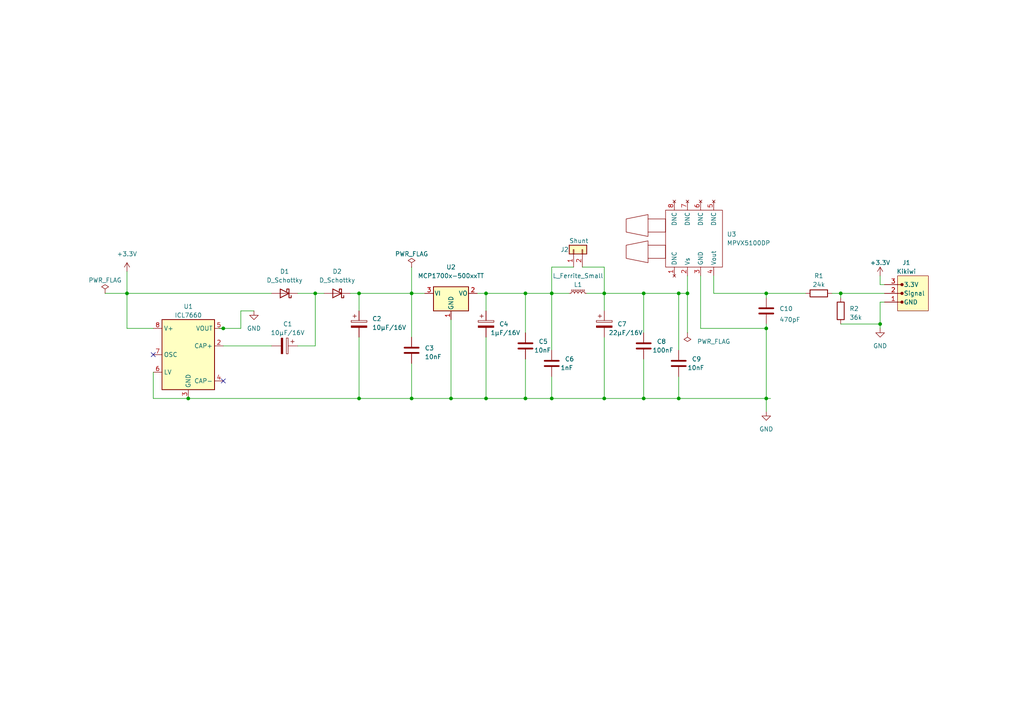
<source format=kicad_sch>
(kicad_sch (version 20230121) (generator eeschema)
  (paper "A4")
  (title_block (title "UBPE Pressure 2023 (SMD version)") (date "2023-11-10") (rev "1.1") (company "L0AD") (comment 1 "Connected to CNES Kikiwi board, 3.3V") (comment 2 "MPX5100DP pressure sensor"))
  (lib_symbols
    (symbol "Connector_Generic:Conn_01x02" (pin_names (offset 1.016) hide)
      (property "Reference" "J" (at 0 2.54 0))
      (property "Value" "Conn_01x02" (at 0 -5.08 0))
      (symbol "Conn_01x02_1_1"
        (rectangle (start -1.27 -2.413) (end 0 -2.667) (stroke (width 0.1524)))
        (rectangle (start -1.27 0.127) (end 0 -0.127) (stroke (width 0.1524)))
        (rectangle (start -1.27 1.27) (end 1.27 -3.81) (stroke (width 0.254)) (fill (type background)))
        (pin passive line (at -5.08 0 0) (length 3.81) (name "Pin_1") (number "1"))
        (pin passive line (at -5.08 -2.54 0) (length 3.81) (name "Pin_2") (number "2"))
      )
    )
    (symbol "Device:C" (pin_numbers hide) (pin_names (offset 0.254))
      (property "Reference" "C" (at 0.635 2.54 0))
      (property "Value" "C" (at 0.635 -2.54 0))
      (symbol "C_0_1"
        (polyline (pts (xy -2.032 -0.762) (xy 2.032 -0.762)) (stroke (width 0.508)))
        (polyline (pts (xy -2.032 0.762) (xy 2.032 0.762)) (stroke (width 0.508)))
      )
      (symbol "C_1_1"
        (pin passive line (at 0 3.81 270) (length 2.794) (name "~") (number "1"))
        (pin passive line (at 0 -3.81 90) (length 2.794) (name "~") (number "2"))
      )
    )
    (symbol "Device:C_Polarized" (pin_numbers hide) (pin_names (offset 0.254))
      (property "Reference" "C" (at 0.635 2.54 0))
      (property "Value" "C_Polarized" (at 0.635 -2.54 0))
      (symbol "C_Polarized_0_1"
        (rectangle (start -2.286 0.508) (end 2.286 1.016))
        (polyline (pts (xy -1.778 2.286) (xy -0.762 2.286)))
        (polyline (pts (xy -1.27 2.794) (xy -1.27 1.778)))
        (rectangle (start 2.286 -0.508) (end -2.286 -1.016) (fill (type outline)))
      )
      (symbol "C_Polarized_1_1"
        (pin passive line (at 0 3.81 270) (length 2.794) (name "~") (number "1"))
        (pin passive line (at 0 -3.81 90) (length 2.794) (name "~") (number "2"))
      )
    )
    (symbol "Device:D_Schottky" (pin_numbers hide) (pin_names (offset 1.016) hide)
      (property "Reference" "D" (at 0 2.54 0))
      (property "Value" "D_Schottky" (at 0 -2.54 0))
      (symbol "D_Schottky_0_1"
        (polyline (pts (xy 1.27 0) (xy -1.27 0)))
        (polyline (pts (xy 1.27 1.27) (xy 1.27 -1.27) (xy -1.27 0) (xy 1.27 1.27)) (stroke (width 0.254)))
        (polyline (pts (xy -1.905 0.635) (xy -1.905 1.27) (xy -1.27 1.27) (xy -1.27 -1.27) (xy -0.635 -1.27) (xy -0.635 -0.635)) (stroke (width 0.254)))
      )
      (symbol "D_Schottky_1_1"
        (pin passive line (at -3.81 0 0) (length 2.54) (name "K") (number "1"))
        (pin passive line (at 3.81 0 180) (length 2.54) (name "A") (number "2"))
      )
    )
    (symbol "Device:L_Ferrite_Small" (pin_numbers hide) (pin_names (offset 0.254) hide)
      (property "Reference" "L" (at 1.27 1.016 0))
      (property "Value" "L_Ferrite_Small" (at 1.27 -1.27 0))
      (symbol "L_Ferrite_Small_0_1"
        (arc (start 0 -2.032) (mid 0.5058 -1.524) (end 0 -1.016))
        (arc (start 0 -1.016) (mid 0.5058 -0.508) (end 0 0))
        (polyline (pts (xy 0.762 -1.905) (xy 0.762 -1.651)))
        (polyline (pts (xy 0.762 -1.397) (xy 0.762 -1.143)))
        (polyline (pts (xy 0.762 -0.889) (xy 0.762 -0.635)))
        (polyline (pts (xy 0.762 -0.381) (xy 0.762 -0.127)))
        (polyline (pts (xy 0.762 0.127) (xy 0.762 0.381)))
        (polyline (pts (xy 0.762 0.635) (xy 0.762 0.889)))
        (polyline (pts (xy 0.762 1.143) (xy 0.762 1.397)))
        (polyline (pts (xy 0.762 1.651) (xy 0.762 1.905)))
        (polyline (pts (xy 1.016 -1.651) (xy 1.016 -1.905)))
        (polyline (pts (xy 1.016 -1.143) (xy 1.016 -1.397)))
        (polyline (pts (xy 1.016 -0.635) (xy 1.016 -0.889)))
        (polyline (pts (xy 1.016 -0.127) (xy 1.016 -0.381)))
        (polyline (pts (xy 1.016 0.381) (xy 1.016 0.127)))
        (polyline (pts (xy 1.016 0.889) (xy 1.016 0.635)))
        (polyline (pts (xy 1.016 1.397) (xy 1.016 1.143)))
        (polyline (pts (xy 1.016 1.905) (xy 1.016 1.651)))
        (arc (start 0 0) (mid 0.5058 0.508) (end 0 1.016))
        (arc (start 0 1.016) (mid 0.5058 1.524) (end 0 2.032))
      )
      (symbol "L_Ferrite_Small_1_1"
        (pin passive line (at 0 2.54 270) (length 0.508) (name "~") (number "1"))
        (pin passive line (at 0 -2.54 90) (length 0.508) (name "~") (number "2"))
      )
    )
    (symbol "Device:R" (pin_numbers hide) (pin_names (offset 0))
      (property "Reference" "R" (at 2.032 0 90))
      (property "Value" "R" (at 0 0 90))
      (symbol "R_0_1"
        (rectangle (start -1.016 -2.54) (end 1.016 2.54) (stroke (width 0.254)))
      )
      (symbol "R_1_1"
        (pin passive line (at 0 3.81 270) (length 1.27) (name "~") (number "1"))
        (pin passive line (at 0 -3.81 90) (length 1.27) (name "~") (number "2"))
      )
    )
    (symbol "PCM_L0AD:JST_Kikiwi"
      (property "Reference" "J" (at 0 8.89 0))
      (property "Value" "Kikiwi" (at 1.27 6.35 0))
      (symbol "JST_Kikiwi_0_1"
        (circle (center -1.27 -2.54) (radius 0.381) (fill (type outline)))
        (circle (center -1.27 0) (radius 0.381) (fill (type outline)))
        (circle (center -1.27 2.54) (radius 0.381) (fill (type outline)))
      )
      (symbol "JST_Kikiwi_1_1"
        (rectangle (start -2.54 5.08) (end 6.35 -5.08) (fill (type background)))
        (pin power_in line (at -6.35 -2.54 0) (length 5.08) (name "GND") (number "1"))
        (pin output line (at -6.35 0 0) (length 5.08) (name "Signal") (number "2"))
        (pin power_in line (at -6.35 2.54 0) (length 5.08) (name "3.3V") (number "3"))
      )
    )
    (symbol "PCM_L0AD:MPXV5100DP"
      (property "Reference" "U" (at -11.43 3.81 0))
      (property "Value" "MPVX5100DP" (at -11.43 6.35 0))
      (symbol "MPXV5100DP_0_1"
        (rectangle (start -20.32 1.27) (end -3.81 -15.24))
        (rectangle (start -17.78 -15.24) (end -13.97 -20.32))
        (rectangle (start -10.16 -15.24) (end -6.35 -20.32))
        (polyline (pts (xy -17.78 -20.32) (xy -19.05 -20.32) (xy -17.78 -26.67) (xy -13.97 -26.67) (xy -12.7 -20.32) (xy -13.97 -20.32)))
        (polyline (pts (xy -10.16 -20.32) (xy -11.43 -20.32) (xy -10.16 -26.67) (xy -6.35 -26.67) (xy -5.08 -20.32) (xy -6.35 -20.32)))
      )
      (symbol "MPXV5100DP_1_1"
        (pin no_connect line (at -1.27 -12.7 180) (length 2.54) (name "DNC") (number "1"))
        (pin power_in line (at -1.27 -8.89 180) (length 2.54) (name "Vs") (number "2"))
        (pin power_in line (at -1.27 -5.08 180) (length 2.54) (name "GND") (number "3"))
        (pin output line (at -1.27 -1.27 180) (length 2.54) (name "Vout") (number "4"))
        (pin no_connect line (at -22.86 -1.27 0) (length 2.54) (name "DNC") (number "5"))
        (pin no_connect line (at -22.86 -5.08 0) (length 2.54) (name "DNC") (number "6"))
        (pin no_connect line (at -22.86 -8.89 0) (length 2.54) (name "DNC") (number "7"))
        (pin no_connect line (at -22.86 -12.7 0) (length 2.54) (name "DNC") (number "8"))
      )
    )
    (symbol "Regulator_Linear:MCP1700x-500xxTT" (pin_names (offset 0.254))
      (property "Reference" "U" (at -3.81 3.175 0))
      (property "Value" "MCP1700x-500xxTT" (at 0 3.175 0))
      (symbol "MCP1700x-500xxTT_0_1"
        (rectangle (start -5.08 1.905) (end 5.08 -5.08) (stroke (width 0.254)) (fill (type background)))
      )
      (symbol "MCP1700x-500xxTT_1_1"
        (pin power_in line (at 0 -7.62 90) (length 2.54) (name "GND") (number "1"))
        (pin power_out line (at 7.62 0 180) (length 2.54) (name "VO") (number "2"))
        (pin power_in line (at -7.62 0 0) (length 2.54) (name "VI") (number "3"))
      )
    )
    (symbol "Regulator_SwitchedCapacitor:ICL7660"
      (property "Reference" "U" (at -6.35 11.43 0))
      (property "Value" "ICL7660" (at 3.81 11.43 0))
      (symbol "ICL7660_0_1"
        (rectangle (start -7.62 10.16) (end 7.62 -10.16) (stroke (width 0.254)) (fill (type background)))
      )
      (symbol "ICL7660_1_1"
        (pin no_connect line (at -7.62 5.08 0) (length 2.54) hide (name "NC") (number "1"))
        (pin input line (at 10.16 2.54 180) (length 2.54) (name "CAP+") (number "2"))
        (pin power_in line (at 0 -12.7 90) (length 2.54) (name "GND") (number "3"))
        (pin input line (at 10.16 -7.62 180) (length 2.54) (name "CAP-") (number "4"))
        (pin power_out line (at 10.16 7.62 180) (length 2.54) (name "VOUT") (number "5"))
        (pin input line (at -10.16 -5.08 0) (length 2.54) (name "LV") (number "6"))
        (pin input line (at -10.16 0 0) (length 2.54) (name "OSC") (number "7"))
        (pin power_in line (at -10.16 7.62 0) (length 2.54) (name "V+") (number "8"))
      )
    )
    (symbol "power:+3.3V" (power) (pin_names (offset 0))
      (property "Value" "+3.3V" (at 0 3.556 0))
      (symbol "+3.3V_0_1"
        (polyline (pts (xy -0.762 1.27) (xy 0 2.54)))
        (polyline (pts (xy 0 0) (xy 0 2.54)))
        (polyline (pts (xy 0 2.54) (xy 0.762 1.27)))
      )
      (symbol "+3.3V_1_1"
        (pin power_in line (at 0 0 90) (length 0) hide (name "+3.3V") (number "1"))
      )
    )
    (symbol "power:GND" (power) (pin_names (offset 0))
      (property "Value" "GND" (at 0 -3.81 0))
      (symbol "GND_0_1"
        (polyline (pts (xy 0 0) (xy 0 -1.27) (xy 1.27 -1.27) (xy 0 -2.54) (xy -1.27 -1.27) (xy 0 -1.27)))
      )
      (symbol "GND_1_1"
        (pin power_in line (at 0 0 270) (length 0) hide (name "GND") (number "1"))
      )
    )
    (symbol "power:PWR_FLAG" (power) (pin_numbers hide) (pin_names (offset 0) hide)
      (property "Value" "PWR_FLAG" (at 0 3.81 0))
      (symbol "PWR_FLAG_0_0"
        (pin power_out line (at 0 0 90) (length 0) (name "pwr") (number "1"))
      )
      (symbol "PWR_FLAG_0_1"
        (polyline (pts (xy 0 0) (xy 0 1.27) (xy -1.016 1.905) (xy 0 2.54) (xy 1.016 1.905) (xy 0 1.27)))
      )
    )
  )
  (junction (at 243.84 85.09))
  (junction (at 36.83 85.09))
  (junction (at 119.38 85.09))
  (junction (at 199.39 85.09))
  (junction (at 175.26 85.09))
  (junction (at 255.27 93.98))
  (junction (at 119.38 115.57))
  (junction (at 104.14 115.57))
  (junction (at 175.26 115.57))
  (junction (at 222.25 85.09))
  (junction (at 196.85 115.57))
  (junction (at 196.85 85.09))
  (junction (at 160.02 85.09))
  (junction (at 152.4 85.09))
  (junction (at 152.4 115.57))
  (junction (at 54.61 115.57))
  (junction (at 222.25 95.25))
  (junction (at 64.77 95.25))
  (junction (at 140.97 115.57))
  (junction (at 160.02 115.57))
  (junction (at 140.97 85.09))
  (junction (at 222.25 115.57))
  (junction (at 186.69 115.57))
  (junction (at 130.81 115.57))
  (junction (at 104.14 85.09))
  (junction (at 91.44 85.09))
  (junction (at 186.69 85.09))
  (no_connect (at 64.77 110.49))
  (no_connect (at 44.45 102.87))
  (wire (pts (xy 140.97 85.09) (xy 152.4 85.09)))
  (wire (pts (xy 160.02 115.57) (xy 175.26 115.57)))
  (wire (pts (xy 175.26 77.47) (xy 175.26 85.09)))
  (wire (pts (xy 130.81 115.57) (xy 119.38 115.57)))
  (wire (pts (xy 255.27 82.55) (xy 256.54 82.55)))
  (wire (pts (xy 199.39 80.01) (xy 199.39 85.09)))
  (wire (pts (xy 91.44 85.09) (xy 91.44 100.33)))
  (wire (pts (xy 119.38 105.41) (xy 119.38 115.57)))
  (wire (pts (xy 152.4 104.14) (xy 152.4 115.57)))
  (wire (pts (xy 170.18 85.09) (xy 175.26 85.09)))
  (wire (pts (xy 160.02 77.47) (xy 166.37 77.47)))
  (wire (pts (xy 207.01 85.09) (xy 222.25 85.09)))
  (wire (pts (xy 138.43 85.09) (xy 140.97 85.09)))
  (wire (pts (xy 140.97 85.09) (xy 140.97 90.17)))
  (wire (pts (xy 175.26 85.09) (xy 175.26 90.17)))
  (wire (pts (xy 36.83 85.09) (xy 78.74 85.09)))
  (wire (pts (xy 160.02 77.47) (xy 160.02 85.09)))
  (wire (pts (xy 196.85 115.57) (xy 222.25 115.57)))
  (wire (pts (xy 36.83 78.74) (xy 36.83 85.09)))
  (wire (pts (xy 30.48 85.09) (xy 36.83 85.09)))
  (wire (pts (xy 86.36 100.33) (xy 91.44 100.33)))
  (wire (pts (xy 64.77 100.33) (xy 78.74 100.33)))
  (wire (pts (xy 54.61 115.57) (xy 104.14 115.57)))
  (wire (pts (xy 44.45 107.95) (xy 44.45 115.57)))
  (wire (pts (xy 186.69 85.09) (xy 196.85 85.09)))
  (wire (pts (xy 222.25 115.57) (xy 222.25 119.38)))
  (wire (pts (xy 152.4 115.57) (xy 140.97 115.57)))
  (wire (pts (xy 152.4 85.09) (xy 160.02 85.09)))
  (wire (pts (xy 160.02 109.22) (xy 160.02 115.57)))
  (wire (pts (xy 104.14 97.79) (xy 104.14 115.57)))
  (wire (pts (xy 36.83 95.25) (xy 44.45 95.25)))
  (wire (pts (xy 160.02 85.09) (xy 165.1 85.09)))
  (wire (pts (xy 63.5 95.25) (xy 64.77 95.25)))
  (wire (pts (xy 255.27 95.25) (xy 255.27 93.98)))
  (wire (pts (xy 64.77 95.25) (xy 69.85 95.25)))
  (wire (pts (xy 222.25 93.98) (xy 222.25 95.25)))
  (wire (pts (xy 255.27 80.01) (xy 255.27 82.55)))
  (wire (pts (xy 243.84 85.09) (xy 256.54 85.09)))
  (wire (pts (xy 119.38 77.47) (xy 119.38 85.09)))
  (wire (pts (xy 152.4 85.09) (xy 152.4 96.52)))
  (wire (pts (xy 186.69 115.57) (xy 196.85 115.57)))
  (wire (pts (xy 140.97 97.79) (xy 140.97 115.57)))
  (wire (pts (xy 140.97 115.57) (xy 130.81 115.57)))
  (wire (pts (xy 152.4 115.57) (xy 160.02 115.57)))
  (wire (pts (xy 168.91 77.47) (xy 175.26 77.47)))
  (wire (pts (xy 86.36 85.09) (xy 91.44 85.09)))
  (wire (pts (xy 199.39 96.52) (xy 199.39 85.09)))
  (wire (pts (xy 222.25 85.09) (xy 233.68 85.09)))
  (wire (pts (xy 91.44 85.09) (xy 93.98 85.09)))
  (wire (pts (xy 160.02 85.09) (xy 160.02 101.6)))
  (wire (pts (xy 222.25 85.09) (xy 222.25 86.36)))
  (wire (pts (xy 203.2 95.25) (xy 222.25 95.25)))
  (wire (pts (xy 69.85 90.17) (xy 73.66 90.17)))
  (wire (pts (xy 223.52 115.57) (xy 222.25 115.57)))
  (wire (pts (xy 175.26 97.79) (xy 175.26 115.57)))
  (wire (pts (xy 243.84 86.36) (xy 243.84 85.09)))
  (wire (pts (xy 207.01 80.01) (xy 207.01 85.09)))
  (wire (pts (xy 222.25 95.25) (xy 222.25 115.57)))
  (wire (pts (xy 104.14 85.09) (xy 104.14 90.17)))
  (wire (pts (xy 255.27 87.63) (xy 256.54 87.63)))
  (wire (pts (xy 255.27 87.63) (xy 255.27 93.98)))
  (wire (pts (xy 44.45 115.57) (xy 54.61 115.57)))
  (wire (pts (xy 196.85 101.6) (xy 196.85 85.09)))
  (wire (pts (xy 243.84 85.09) (xy 241.3 85.09)))
  (wire (pts (xy 119.38 115.57) (xy 104.14 115.57)))
  (wire (pts (xy 243.84 93.98) (xy 255.27 93.98)))
  (wire (pts (xy 69.85 90.17) (xy 69.85 95.25)))
  (wire (pts (xy 101.6 85.09) (xy 104.14 85.09)))
  (wire (pts (xy 196.85 109.22) (xy 196.85 115.57)))
  (wire (pts (xy 104.14 85.09) (xy 119.38 85.09)))
  (wire (pts (xy 130.81 92.71) (xy 130.81 115.57)))
  (wire (pts (xy 175.26 115.57) (xy 186.69 115.57)))
  (wire (pts (xy 196.85 85.09) (xy 199.39 85.09)))
  (wire (pts (xy 175.26 85.09) (xy 186.69 85.09)))
  (wire (pts (xy 186.69 104.14) (xy 186.69 115.57)))
  (wire (pts (xy 119.38 85.09) (xy 119.38 97.79)))
  (wire (pts (xy 203.2 80.01) (xy 203.2 95.25)))
  (wire (pts (xy 186.69 85.09) (xy 186.69 96.52)))
  (wire (pts (xy 36.83 85.09) (xy 36.83 95.25)))
  (wire (pts (xy 119.38 85.09) (xy 123.19 85.09)))
  (symbol (lib_id "Device:C") (at 186.69 100.33 0) (unit 1)
    (property "Reference" "C8" (at 190.5 99.06 0) (effects (justify left)))
    (property "Value" "100nF" (at 189.23 101.6 0) (effects (justify left)))
    (property "Footprint" "Capacitor_SMD:C_0805_2012Metric_Pad1.18x1.45mm_HandSolder" (effects hide))
  )
  (symbol (lib_id "Device:C") (at 119.38 101.6 0) (unit 1)
    (property "Reference" "C3" (at 123.19 100.965 0) (effects (justify left)))
    (property "Value" "10nF" (at 123.19 103.505 0) (effects (justify left)))
    (property "Footprint" "Capacitor_SMD:C_0805_2012Metric_Pad1.18x1.45mm_HandSolder" (effects hide))
  )
  (symbol (lib_id "Device:R") (at 237.49 85.09 90) (unit 1)
    (property "Reference" "R1" (at 237.49 80.01 90))
    (property "Value" "24k" (at 237.49 82.55 90))
    (property "Footprint" "Resistor_SMD:R_0805_2012Metric_Pad1.20x1.40mm_HandSolder" (effects hide))
  )
  (symbol (lib_id "Device:D_Schottky") (at 97.79 85.09 180) (unit 1)
    (property "Reference" "D2" (at 97.79 78.74 0))
    (property "Value" "D_Schottky" (at 97.79 81.28 0))
    (property "Footprint" "Diode_SMD:D_0603_1608Metric_Pad1.05x0.95mm_HandSolder" (effects hide))
  )
  (symbol (lib_id "Device:C") (at 222.25 90.17 0) (unit 1)
    (property "Reference" "C10" (at 226.06 89.535 0) (effects (justify left)))
    (property "Value" "470pF" (at 226.06 92.71 0) (effects (justify left)))
    (property "Footprint" "Capacitor_SMD:C_0805_2012Metric_Pad1.18x1.45mm_HandSolder" (effects hide))
  )
  (symbol (lib_id "Device:L_Ferrite_Small") (at 167.64 85.09 90) (unit 1)
    (property "Reference" "L1" (at 167.64 82.55 90))
    (property "Value" "L_Ferrite_Small" (at 167.64 80.01 90))
    (property "Footprint" "Inductor_SMD:L_0805_2012Metric_Pad1.15x1.40mm_HandSolder" (effects hide))
  )
  (symbol (lib_id "Device:R") (at 243.84 90.17 180) (unit 1)
    (property "Reference" "R2" (at 246.38 89.535 0) (effects (justify right)))
    (property "Value" "36k" (at 246.38 92.075 0) (effects (justify right)))
    (property "Footprint" "Resistor_SMD:R_0805_2012Metric_Pad1.20x1.40mm_HandSolder" (effects hide))
  )
  (symbol (lib_id "PCM_L0AD:MPXV5100DP") (at 208.28 81.28 270) (unit 1)
    (property "Reference" "U3" (at 210.82 67.945 90) (effects (justify left)))
    (property "Value" "MPVX5100DP" (at 210.82 70.485 90) (effects (justify left)))
    (property "Footprint" "PCM_L0AD:MPXV5100DP" (effects hide))
    (property "Datasheet" "https://www.nxp.com/docs/en/data-sheet/MPX5100.pdf" (effects hide))
  )
  (symbol (lib_id "Device:C_Polarized") (at 175.26 93.98 0) (unit 1)
    (property "Reference" "C7" (at 179.07 93.98 0) (effects (justify left)))
    (property "Value" "22µF/16V" (at 176.53 96.52 0) (effects (justify left)))
    (property "Footprint" "Capacitor_Tantalum_SMD:CP_EIA-6032-28_Kemet-C_Pad2.25x2.35mm_HandSolder" (effects hide))
  )
  (symbol (lib_id "Device:C") (at 160.02 105.41 0) (unit 1)
    (property "Reference" "C6" (at 163.83 104.14 0) (effects (justify left)))
    (property "Value" "1nF" (at 162.56 106.68 0) (effects (justify left)))
    (property "Footprint" "Capacitor_SMD:C_0805_2012Metric_Pad1.18x1.45mm_HandSolder" (effects hide))
  )
  (symbol (lib_id "Device:C_Polarized") (at 82.55 100.33 270) (unit 1)
    (property "Reference" "C1" (at 83.439 93.98 90))
    (property "Value" "10µF/16V" (at 83.439 96.52 90))
    (property "Footprint" "Capacitor_Tantalum_SMD:CP_EIA-3528-21_Kemet-B_Pad1.50x2.35mm_HandSolder" (effects hide))
  )
  (symbol (lib_id "Device:C") (at 152.4 100.33 0) (unit 1)
    (property "Reference" "C5" (at 156.21 99.06 0) (effects (justify left)))
    (property "Value" "10nF" (at 154.94 101.6 0) (effects (justify left)))
    (property "Footprint" "Capacitor_SMD:C_0805_2012Metric_Pad1.18x1.45mm_HandSolder" (effects hide))
  )
  (symbol (lib_id "Device:C_Polarized") (at 104.14 93.98 0) (unit 1)
    (property "Reference" "C2" (at 107.95 92.456 0) (effects (justify left)))
    (property "Value" "10µF/16V" (at 107.95 94.996 0) (effects (justify left)))
    (property "Footprint" "Capacitor_Tantalum_SMD:CP_EIA-3528-21_Kemet-B_Pad1.50x2.35mm_HandSolder" (effects hide))
  )
  (symbol (lib_id "Regulator_SwitchedCapacitor:ICL7660") (at 54.61 102.87 0) (unit 1)
    (property "Reference" "U1" (at 54.61 88.9 0))
    (property "Value" "ICL7660" (at 54.61 91.44 0))
    (property "Footprint" "Package_SO:SOIC-8_3.9x4.9mm_P1.27mm" (effects hide))
    (property "Datasheet" "http://datasheets.maximintegrated.com/en/ds/ICL7660-MAX1044.pdf" (effects hide))
  )
  (symbol (lib_id "PCM_L0AD:JST_Kikiwi") (at 262.89 85.09 0) (unit 1)
    (property "Reference" "J1" (at 262.89 76.2 0))
    (property "Value" "Kikiwi" (at 262.89 78.74 0))
    (property "Footprint" "PCM_L0AD:JST-XH-3P_SMD_H" (effects hide))
  )
  (symbol (lib_id "power:+3.3V") (at 36.83 78.74 0) (unit 1)
    (property "Reference" "#PWR0102" (effects hide))
    (property "Value" "+3.3V" (at 36.83 73.66 0))
  )
  (symbol (lib_id "power:PWR_FLAG") (at 30.48 85.09 0) (unit 1)
    (property "Reference" "#FLG01" (effects hide))
    (property "Value" "PWR_FLAG" (at 30.48 81.28 0))
  )
  (symbol (lib_id "Device:C") (at 196.85 105.41 0) (unit 1)
    (property "Reference" "C9" (at 200.66 104.14 0) (effects (justify left)))
    (property "Value" "10nF" (at 199.39 106.68 0) (effects (justify left)))
    (property "Footprint" "Capacitor_SMD:C_0805_2012Metric_Pad1.18x1.45mm_HandSolder" (effects hide))
  )
  (symbol (lib_id "Regulator_Linear:MCP1700x-500xxTT") (at 130.81 85.09 0) (unit 1)
    (property "Reference" "U2" (at 130.81 77.47 0))
    (property "Value" "MCP1700x-500xxTT" (at 130.81 80.01 0))
    (property "Footprint" "Package_TO_SOT_SMD:SOT-23" (effects hide))
    (property "Datasheet" "http://ww1.microchip.com/downloads/en/DeviceDoc/20001826D.pdf" (effects hide))
  )
  (symbol (lib_id "power:GND") (at 73.66 90.17 0) (unit 1)
    (property "Reference" "#PWR03" (effects hide))
    (property "Value" "GND" (at 73.66 95.25 0))
  )
  (symbol (lib_id "power:GND") (at 255.27 95.25 0) (unit 1)
    (property "Reference" "#PWR01" (effects hide))
    (property "Value" "GND" (at 255.27 100.33 0))
  )
  (symbol (lib_id "Connector_Generic:Conn_01x02") (at 166.37 72.39 90) (unit 1)
    (property "Reference" "J2" (at 162.56 72.39 90) (effects (justify right)))
    (property "Value" "Shunt" (at 165.1 69.85 90) (effects (justify right)))
    (property "Footprint" "Connector_PinHeader_2.54mm:PinHeader_1x02_P2.54mm_Vertical_SMD_Pin1Left" (effects hide))
  )
  (symbol (lib_id "power:PWR_FLAG") (at 199.39 96.52 180) (unit 1)
    (property "Reference" "#FLG03" (effects hide))
    (property "Value" "PWR_FLAG" (at 207.01 99.06 0))
  )
  (symbol (lib_id "Device:C_Polarized") (at 140.97 93.98 0) (unit 1)
    (property "Reference" "C4" (at 144.78 93.98 0) (effects (justify left)))
    (property "Value" "1µF/16V" (at 142.24 96.52 0) (effects (justify left)))
    (property "Footprint" "Capacitor_Tantalum_SMD:CP_EIA-3216-18_Kemet-A_Pad1.58x1.35mm_HandSolder" (effects hide))
  )
  (symbol (lib_id "power:PWR_FLAG") (at 119.38 77.47 0) (unit 1)
    (property "Reference" "#FLG02" (effects hide))
    (property "Value" "PWR_FLAG" (at 119.38 73.66 0))
  )
  (symbol (lib_id "power:+3.3V") (at 255.27 80.01 0) (unit 1)
    (property "Reference" "#PWR02" (effects hide))
    (property "Value" "+3.3V" (at 255.27 76.2 0))
  )
  (symbol (lib_id "Device:D_Schottky") (at 82.55 85.09 180) (unit 1)
    (property "Reference" "D1" (at 82.55 78.74 0))
    (property "Value" "D_Schottky" (at 82.55 81.28 0))
    (property "Footprint" "Diode_SMD:D_0603_1608Metric_Pad1.05x0.95mm_HandSolder" (effects hide))
  )
  (symbol (lib_id "power:GND") (at 222.25 119.38 0) (unit 1)
    (property "Reference" "#PWR0103" (effects hide))
    (property "Value" "GND" (at 222.25 124.46 0))
  )
)
</source>
